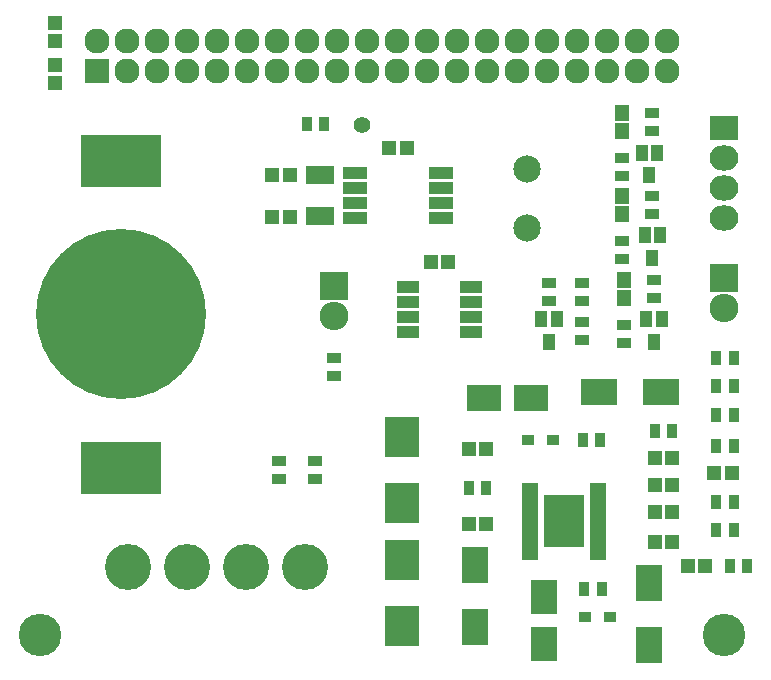
<source format=gbr>
G04 #@! TF.FileFunction,Soldermask,Top*
%FSLAX46Y46*%
G04 Gerber Fmt 4.6, Leading zero omitted, Abs format (unit mm)*
G04 Created by KiCad (PCBNEW 4.1.0-alpha+201607200716+6988~46~ubuntu16.04.1-product) date Thu Jul 21 11:47:31 2016*
%MOMM*%
%LPD*%
G01*
G04 APERTURE LIST*
%ADD10C,0.100000*%
%ADD11R,2.400000X1.500000*%
%ADD12R,1.400000X0.800000*%
%ADD13R,3.400000X4.400000*%
%ADD14R,0.900000X1.300000*%
%ADD15R,1.300000X0.900000*%
%ADD16R,0.999440X1.400760*%
%ADD17R,2.432000X2.432000*%
%ADD18O,2.432000X2.432000*%
%ADD19R,2.127200X2.127200*%
%ADD20O,2.127200X2.127200*%
%ADD21R,2.432000X2.127200*%
%ADD22O,2.432000X2.127200*%
%ADD23C,1.400000*%
%ADD24R,2.900000X3.400000*%
%ADD25R,1.950000X1.000000*%
%ADD26R,0.990000X0.850000*%
%ADD27R,2.200860X2.899360*%
%ADD28R,2.899360X2.200860*%
%ADD29R,1.197560X1.400000*%
%ADD30C,3.900000*%
%ADD31R,2.200860X3.150820*%
%ADD32R,1.200000X1.150000*%
%ADD33R,3.150820X2.200860*%
%ADD34C,2.305000*%
%ADD35R,1.150000X1.200000*%
%ADD36R,6.900000X4.400000*%
%ADD37C,14.400000*%
%ADD38C,3.600000*%
%ADD39R,2.100000X1.050000*%
G04 APERTURE END LIST*
D10*
D11*
X133985000Y-64671000D03*
X133985000Y-68171000D03*
D12*
X151714000Y-91055000D03*
X151714000Y-91705000D03*
X151714000Y-92355000D03*
X151714000Y-93005000D03*
X151714000Y-93655000D03*
X151714000Y-94305000D03*
X151714000Y-94955000D03*
X151714000Y-95605000D03*
X151714000Y-96255000D03*
X151714000Y-96905000D03*
X157514000Y-96905000D03*
X157514000Y-96255000D03*
X157514000Y-95605000D03*
X157514000Y-94955000D03*
X157514000Y-94305000D03*
X157514000Y-93655000D03*
X157514000Y-93005000D03*
X157514000Y-92355000D03*
X157514000Y-91705000D03*
X157514000Y-91055000D03*
D13*
X154614000Y-93980000D03*
D14*
X146570000Y-91186000D03*
X148070000Y-91186000D03*
X168668000Y-97790000D03*
X170168000Y-97790000D03*
X169025000Y-84963000D03*
X167525000Y-84963000D03*
X167525000Y-94742000D03*
X169025000Y-94742000D03*
X169025000Y-92329000D03*
X167525000Y-92329000D03*
X167525000Y-87630000D03*
X169025000Y-87630000D03*
X167525000Y-80137000D03*
X169025000Y-80137000D03*
X167525000Y-82550000D03*
X169025000Y-82550000D03*
X162318000Y-86360000D03*
X163818000Y-86360000D03*
X156222000Y-87122000D03*
X157722000Y-87122000D03*
D15*
X159583000Y-71743000D03*
X159583000Y-70243000D03*
X135199000Y-81649000D03*
X135199000Y-80149000D03*
X162123000Y-67933000D03*
X162123000Y-66433000D03*
X133532000Y-90412000D03*
X133532000Y-88912000D03*
X130484000Y-90412000D03*
X130484000Y-88912000D03*
X159710000Y-78855000D03*
X159710000Y-77355000D03*
X162250000Y-75045000D03*
X162250000Y-73545000D03*
X159583000Y-64758000D03*
X159583000Y-63258000D03*
X156154000Y-73799000D03*
X156154000Y-75299000D03*
X156154000Y-78601000D03*
X156154000Y-77101000D03*
X162123000Y-60948000D03*
X162123000Y-59448000D03*
X153360000Y-75299000D03*
X153360000Y-73799000D03*
D14*
X132854000Y-60325000D03*
X134354000Y-60325000D03*
D16*
X161472760Y-69789040D03*
X162773240Y-69789040D03*
X162123000Y-71688960D03*
X161599760Y-76901040D03*
X162900240Y-76901040D03*
X162250000Y-78800960D03*
X161218760Y-62804040D03*
X162519240Y-62804040D03*
X161869000Y-64703960D03*
X152709760Y-76901040D03*
X154010240Y-76901040D03*
X153360000Y-78800960D03*
D17*
X168148000Y-73406000D03*
D18*
X168148000Y-75946000D03*
D19*
X115062000Y-55880000D03*
D20*
X115062000Y-53340000D03*
X117602000Y-55880000D03*
X117602000Y-53340000D03*
X120142000Y-55880000D03*
X120142000Y-53340000D03*
X122682000Y-55880000D03*
X122682000Y-53340000D03*
X125222000Y-55880000D03*
X125222000Y-53340000D03*
X127762000Y-55880000D03*
X127762000Y-53340000D03*
X130302000Y-55880000D03*
X130302000Y-53340000D03*
X132842000Y-55880000D03*
X132842000Y-53340000D03*
X135382000Y-55880000D03*
X135382000Y-53340000D03*
X137922000Y-55880000D03*
X137922000Y-53340000D03*
X140462000Y-55880000D03*
X140462000Y-53340000D03*
X143002000Y-55880000D03*
X143002000Y-53340000D03*
X145542000Y-55880000D03*
X145542000Y-53340000D03*
X148082000Y-55880000D03*
X148082000Y-53340000D03*
X150622000Y-55880000D03*
X150622000Y-53340000D03*
X153162000Y-55880000D03*
X153162000Y-53340000D03*
X155702000Y-55880000D03*
X155702000Y-53340000D03*
X158242000Y-55880000D03*
X158242000Y-53340000D03*
X160782000Y-55880000D03*
X160782000Y-53340000D03*
X163322000Y-55880000D03*
X163322000Y-53340000D03*
D21*
X168148000Y-60706000D03*
D22*
X168148000Y-63246000D03*
X168148000Y-65786000D03*
X168148000Y-68326000D03*
D23*
X137541000Y-60452000D03*
D24*
X140898000Y-102876000D03*
X140898000Y-97276000D03*
X140898000Y-92462000D03*
X140898000Y-86862000D03*
D17*
X135199000Y-74041000D03*
D18*
X135199000Y-76581000D03*
D25*
X141389000Y-74168000D03*
X141389000Y-75438000D03*
X141389000Y-76708000D03*
X141389000Y-77978000D03*
X146789000Y-77978000D03*
X146789000Y-76708000D03*
X146789000Y-75438000D03*
X146789000Y-74168000D03*
D26*
X158535000Y-102108000D03*
X156425000Y-102108000D03*
D27*
X152908000Y-100363020D03*
X152908000Y-104360980D03*
D28*
X147861020Y-83566000D03*
X151858980Y-83566000D03*
D26*
X153709000Y-87122000D03*
X151599000Y-87122000D03*
D29*
X159583000Y-67932300D03*
X159583000Y-66433700D03*
X159710000Y-75044300D03*
X159710000Y-73545700D03*
X159583000Y-60947300D03*
X159583000Y-59448700D03*
D30*
X132714000Y-97840000D03*
X127714000Y-97840000D03*
X122714000Y-97840000D03*
X117714000Y-97840000D03*
D31*
X147066000Y-102953820D03*
X147066000Y-97706180D03*
D32*
X146570000Y-94234000D03*
X148070000Y-94234000D03*
X165112000Y-97790000D03*
X166612000Y-97790000D03*
X162318000Y-95758000D03*
X163818000Y-95758000D03*
X162318000Y-93218000D03*
X163818000Y-93218000D03*
X167335000Y-89916000D03*
X168835000Y-89916000D03*
X162318000Y-88646000D03*
X163818000Y-88646000D03*
X162318000Y-90932000D03*
X163818000Y-90932000D03*
X148070000Y-87884000D03*
X146570000Y-87884000D03*
D33*
X162841820Y-83058000D03*
X157594180Y-83058000D03*
D31*
X161798000Y-104477820D03*
X161798000Y-99230180D03*
D32*
X144839000Y-72009000D03*
X143339000Y-72009000D03*
D34*
X151511000Y-69175000D03*
X151511000Y-64175000D03*
D35*
X111506000Y-53328000D03*
X111506000Y-51828000D03*
D32*
X139839000Y-62357000D03*
X141339000Y-62357000D03*
X131433000Y-68199000D03*
X129933000Y-68199000D03*
X131433000Y-64643000D03*
X129933000Y-64643000D03*
D35*
X111506000Y-55384000D03*
X111506000Y-56884000D03*
D36*
X117094000Y-63454000D03*
X117094000Y-89454000D03*
D37*
X117094000Y-76454000D03*
D38*
X110236000Y-103632000D03*
X168148000Y-103632000D03*
D39*
X136939000Y-64516000D03*
X136939000Y-65786000D03*
X136939000Y-67056000D03*
X136939000Y-68326000D03*
X144239000Y-68326000D03*
X144239000Y-67056000D03*
X144239000Y-65786000D03*
X144239000Y-64516000D03*
D14*
X157849000Y-99695000D03*
X156349000Y-99695000D03*
M02*

</source>
